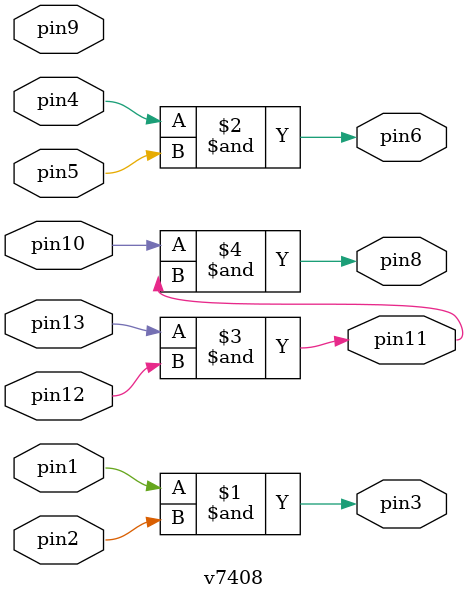
<source format=v>

module mux2to1 (x, y, s, m);
    input x; //select 0
    input y; //select 1
    input s; //select signal
    output m; //output

wire w1, w2, w3;

// instantiating the first module
v7404 U1 (.pin1(s), .pin2(w1));

// instantiating the second module
v7432 U2 (.pin1(x), .pin2(w1), .pin3(w2), .pin4(y), .pin5(s), .pin6(w3));

// instantiating the third module
v7408 U3 (.pin1(w2), .pin2(w3), .pin3(m));

endmodule // mux2to1

// declaring the module for the NOT gate
module v7404 (input pin1, pin3, pin5, pin9, pin11, pin13,
			  output pin2, pin4, pin6, pin8, pin10, pin12);

assign pin2 = !pin1;
assign pin4 = !pin3;
assign pin6 = !pin5;
assign pin8 = !pin9;
assign pin10 = !pin11;
assign pin12 = !pin13;

endmodule // v7404 

// declaring the module for the OR gate
module v7432 (input pin1, pin2, pin4, pin5, pin13, pin12, pin10, pin9,
			  output pin3, pin6, pin11, pin8);

assign pin3 = pin1 | pin2;
assign pin6 = pin4 | pin5;
assign pin11 = pin13 | pin12;
assign pin8 = pin10 | pin11;

endmodule // v7432

// declaring the module for the AND gate
module v7408 (input pin1, pin2, pin4, pin5, pin13, pin12, pin10, pin9,
			  output pin3, pin6, pin11, pin8);

assign pin3 = pin1 & pin2;
assign pin6 = pin4 & pin5;
assign pin11 = pin13 & pin12;
assign pin8 = pin10 & pin11;

endmodule // v7408
</source>
